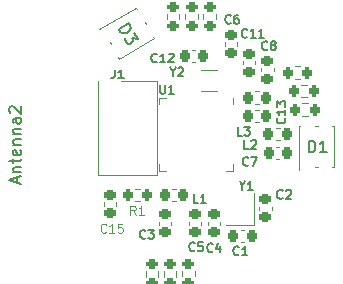
<source format=gbr>
%TF.GenerationSoftware,KiCad,Pcbnew,8.0.3*%
%TF.CreationDate,2024-11-08T22:06:30+02:00*%
%TF.ProjectId,Snowflake-Ornament,536e6f77-666c-4616-9b65-2d4f726e616d,rev?*%
%TF.SameCoordinates,Original*%
%TF.FileFunction,Legend,Top*%
%TF.FilePolarity,Positive*%
%FSLAX46Y46*%
G04 Gerber Fmt 4.6, Leading zero omitted, Abs format (unit mm)*
G04 Created by KiCad (PCBNEW 8.0.3) date 2024-11-08 22:06:30*
%MOMM*%
%LPD*%
G01*
G04 APERTURE LIST*
G04 Aperture macros list*
%AMRoundRect*
0 Rectangle with rounded corners*
0 $1 Rounding radius*
0 $2 $3 $4 $5 $6 $7 $8 $9 X,Y pos of 4 corners*
0 Add a 4 corners polygon primitive as box body*
4,1,4,$2,$3,$4,$5,$6,$7,$8,$9,$2,$3,0*
0 Add four circle primitives for the rounded corners*
1,1,$1+$1,$2,$3*
1,1,$1+$1,$4,$5*
1,1,$1+$1,$6,$7*
1,1,$1+$1,$8,$9*
0 Add four rect primitives between the rounded corners*
20,1,$1+$1,$2,$3,$4,$5,0*
20,1,$1+$1,$4,$5,$6,$7,0*
20,1,$1+$1,$6,$7,$8,$9,0*
20,1,$1+$1,$8,$9,$2,$3,0*%
%AMRotRect*
0 Rectangle, with rotation*
0 The origin of the aperture is its center*
0 $1 length*
0 $2 width*
0 $3 Rotation angle, in degrees counterclockwise*
0 Add horizontal line*
21,1,$1,$2,0,0,$3*%
G04 Aperture macros list end*
%ADD10C,0.150000*%
%ADD11C,0.125000*%
%ADD12C,0.120000*%
%ADD13RotRect,1.200000X0.900000X30.000000*%
%ADD14R,0.900000X1.200000*%
%ADD15RoundRect,0.225000X-0.250000X0.225000X-0.250000X-0.225000X0.250000X-0.225000X0.250000X0.225000X0*%
%ADD16RoundRect,0.225000X-0.225000X-0.250000X0.225000X-0.250000X0.225000X0.250000X-0.225000X0.250000X0*%
%ADD17RoundRect,0.225000X0.250000X-0.225000X0.250000X0.225000X-0.250000X0.225000X-0.250000X-0.225000X0*%
%ADD18RoundRect,0.218750X-0.218750X-0.256250X0.218750X-0.256250X0.218750X0.256250X-0.218750X0.256250X0*%
%ADD19RoundRect,0.218750X0.218750X0.256250X-0.218750X0.256250X-0.218750X-0.256250X0.218750X-0.256250X0*%
%ADD20RoundRect,0.225000X0.225000X0.250000X-0.225000X0.250000X-0.225000X-0.250000X0.225000X-0.250000X0*%
%ADD21R,0.250000X0.680000*%
%ADD22R,0.680000X0.250000*%
%ADD23R,4.660000X4.660000*%
%ADD24R,1.000000X1.800000*%
%ADD25RoundRect,0.200000X-0.200000X-0.275000X0.200000X-0.275000X0.200000X0.275000X-0.200000X0.275000X0*%
%ADD26R,0.800000X0.900000*%
%ADD27R,1.750000X1.750000*%
%ADD28O,1.750000X1.750000*%
%ADD29RoundRect,0.200000X0.275000X-0.200000X0.275000X0.200000X-0.275000X0.200000X-0.275000X-0.200000X0*%
%ADD30RoundRect,0.200000X-0.275000X0.200000X-0.275000X-0.200000X0.275000X-0.200000X0.275000X0.200000X0*%
G04 APERTURE END LIST*
D10*
X202481266Y-90158152D02*
X203347292Y-89658152D01*
X203347292Y-89658152D02*
X203466339Y-89864349D01*
X203466339Y-89864349D02*
X203496529Y-90011876D01*
X203496529Y-90011876D02*
X203461669Y-90141974D01*
X203461669Y-90141974D02*
X203403000Y-90230832D01*
X203403000Y-90230832D02*
X203261852Y-90367310D01*
X203261852Y-90367310D02*
X203138134Y-90438738D01*
X203138134Y-90438738D02*
X202949368Y-90492737D01*
X202949368Y-90492737D02*
X202843079Y-90499117D01*
X202843079Y-90499117D02*
X202712982Y-90464257D01*
X202712982Y-90464257D02*
X202600314Y-90364349D01*
X202600314Y-90364349D02*
X202481266Y-90158152D01*
X203799673Y-90441699D02*
X204109196Y-90977810D01*
X204109196Y-90977810D02*
X203612615Y-90879611D01*
X203612615Y-90879611D02*
X203684044Y-91003329D01*
X203684044Y-91003329D02*
X203690424Y-91109617D01*
X203690424Y-91109617D02*
X203672994Y-91174666D01*
X203672994Y-91174666D02*
X203614325Y-91263524D01*
X203614325Y-91263524D02*
X203408128Y-91382572D01*
X203408128Y-91382572D02*
X203301840Y-91388952D01*
X203301840Y-91388952D02*
X203236791Y-91371522D01*
X203236791Y-91371522D02*
X203147933Y-91312853D01*
X203147933Y-91312853D02*
X203005076Y-91065417D01*
X203005076Y-91065417D02*
X202998696Y-90959129D01*
X202998696Y-90959129D02*
X203016126Y-90894080D01*
X218546905Y-100584819D02*
X218546905Y-99584819D01*
X218546905Y-99584819D02*
X218785000Y-99584819D01*
X218785000Y-99584819D02*
X218927857Y-99632438D01*
X218927857Y-99632438D02*
X219023095Y-99727676D01*
X219023095Y-99727676D02*
X219070714Y-99822914D01*
X219070714Y-99822914D02*
X219118333Y-100013390D01*
X219118333Y-100013390D02*
X219118333Y-100156247D01*
X219118333Y-100156247D02*
X219070714Y-100346723D01*
X219070714Y-100346723D02*
X219023095Y-100441961D01*
X219023095Y-100441961D02*
X218927857Y-100537200D01*
X218927857Y-100537200D02*
X218785000Y-100584819D01*
X218785000Y-100584819D02*
X218546905Y-100584819D01*
X220070714Y-100584819D02*
X219499286Y-100584819D01*
X219785000Y-100584819D02*
X219785000Y-99584819D01*
X219785000Y-99584819D02*
X219689762Y-99727676D01*
X219689762Y-99727676D02*
X219594524Y-99822914D01*
X219594524Y-99822914D02*
X219499286Y-99870533D01*
X204724999Y-107817735D02*
X204689285Y-107853450D01*
X204689285Y-107853450D02*
X204582142Y-107889164D01*
X204582142Y-107889164D02*
X204510714Y-107889164D01*
X204510714Y-107889164D02*
X204403571Y-107853450D01*
X204403571Y-107853450D02*
X204332142Y-107782021D01*
X204332142Y-107782021D02*
X204296428Y-107710592D01*
X204296428Y-107710592D02*
X204260714Y-107567735D01*
X204260714Y-107567735D02*
X204260714Y-107460592D01*
X204260714Y-107460592D02*
X204296428Y-107317735D01*
X204296428Y-107317735D02*
X204332142Y-107246307D01*
X204332142Y-107246307D02*
X204403571Y-107174878D01*
X204403571Y-107174878D02*
X204510714Y-107139164D01*
X204510714Y-107139164D02*
X204582142Y-107139164D01*
X204582142Y-107139164D02*
X204689285Y-107174878D01*
X204689285Y-107174878D02*
X204724999Y-107210592D01*
X204974999Y-107139164D02*
X205439285Y-107139164D01*
X205439285Y-107139164D02*
X205189285Y-107424878D01*
X205189285Y-107424878D02*
X205296428Y-107424878D01*
X205296428Y-107424878D02*
X205367857Y-107460592D01*
X205367857Y-107460592D02*
X205403571Y-107496307D01*
X205403571Y-107496307D02*
X205439285Y-107567735D01*
X205439285Y-107567735D02*
X205439285Y-107746307D01*
X205439285Y-107746307D02*
X205403571Y-107817735D01*
X205403571Y-107817735D02*
X205367857Y-107853450D01*
X205367857Y-107853450D02*
X205296428Y-107889164D01*
X205296428Y-107889164D02*
X205082142Y-107889164D01*
X205082142Y-107889164D02*
X205010714Y-107853450D01*
X205010714Y-107853450D02*
X204974999Y-107817735D01*
X213454999Y-101647735D02*
X213419285Y-101683450D01*
X213419285Y-101683450D02*
X213312142Y-101719164D01*
X213312142Y-101719164D02*
X213240714Y-101719164D01*
X213240714Y-101719164D02*
X213133571Y-101683450D01*
X213133571Y-101683450D02*
X213062142Y-101612021D01*
X213062142Y-101612021D02*
X213026428Y-101540592D01*
X213026428Y-101540592D02*
X212990714Y-101397735D01*
X212990714Y-101397735D02*
X212990714Y-101290592D01*
X212990714Y-101290592D02*
X213026428Y-101147735D01*
X213026428Y-101147735D02*
X213062142Y-101076307D01*
X213062142Y-101076307D02*
X213133571Y-101004878D01*
X213133571Y-101004878D02*
X213240714Y-100969164D01*
X213240714Y-100969164D02*
X213312142Y-100969164D01*
X213312142Y-100969164D02*
X213419285Y-101004878D01*
X213419285Y-101004878D02*
X213454999Y-101040592D01*
X213704999Y-100969164D02*
X214204999Y-100969164D01*
X214204999Y-100969164D02*
X213883571Y-101719164D01*
X215054999Y-91837735D02*
X215019285Y-91873450D01*
X215019285Y-91873450D02*
X214912142Y-91909164D01*
X214912142Y-91909164D02*
X214840714Y-91909164D01*
X214840714Y-91909164D02*
X214733571Y-91873450D01*
X214733571Y-91873450D02*
X214662142Y-91802021D01*
X214662142Y-91802021D02*
X214626428Y-91730592D01*
X214626428Y-91730592D02*
X214590714Y-91587735D01*
X214590714Y-91587735D02*
X214590714Y-91480592D01*
X214590714Y-91480592D02*
X214626428Y-91337735D01*
X214626428Y-91337735D02*
X214662142Y-91266307D01*
X214662142Y-91266307D02*
X214733571Y-91194878D01*
X214733571Y-91194878D02*
X214840714Y-91159164D01*
X214840714Y-91159164D02*
X214912142Y-91159164D01*
X214912142Y-91159164D02*
X215019285Y-91194878D01*
X215019285Y-91194878D02*
X215054999Y-91230592D01*
X215483571Y-91480592D02*
X215412142Y-91444878D01*
X215412142Y-91444878D02*
X215376428Y-91409164D01*
X215376428Y-91409164D02*
X215340714Y-91337735D01*
X215340714Y-91337735D02*
X215340714Y-91302021D01*
X215340714Y-91302021D02*
X215376428Y-91230592D01*
X215376428Y-91230592D02*
X215412142Y-91194878D01*
X215412142Y-91194878D02*
X215483571Y-91159164D01*
X215483571Y-91159164D02*
X215626428Y-91159164D01*
X215626428Y-91159164D02*
X215697857Y-91194878D01*
X215697857Y-91194878D02*
X215733571Y-91230592D01*
X215733571Y-91230592D02*
X215769285Y-91302021D01*
X215769285Y-91302021D02*
X215769285Y-91337735D01*
X215769285Y-91337735D02*
X215733571Y-91409164D01*
X215733571Y-91409164D02*
X215697857Y-91444878D01*
X215697857Y-91444878D02*
X215626428Y-91480592D01*
X215626428Y-91480592D02*
X215483571Y-91480592D01*
X215483571Y-91480592D02*
X215412142Y-91516307D01*
X215412142Y-91516307D02*
X215376428Y-91552021D01*
X215376428Y-91552021D02*
X215340714Y-91623450D01*
X215340714Y-91623450D02*
X215340714Y-91766307D01*
X215340714Y-91766307D02*
X215376428Y-91837735D01*
X215376428Y-91837735D02*
X215412142Y-91873450D01*
X215412142Y-91873450D02*
X215483571Y-91909164D01*
X215483571Y-91909164D02*
X215626428Y-91909164D01*
X215626428Y-91909164D02*
X215697857Y-91873450D01*
X215697857Y-91873450D02*
X215733571Y-91837735D01*
X215733571Y-91837735D02*
X215769285Y-91766307D01*
X215769285Y-91766307D02*
X215769285Y-91623450D01*
X215769285Y-91623450D02*
X215733571Y-91552021D01*
X215733571Y-91552021D02*
X215697857Y-91516307D01*
X215697857Y-91516307D02*
X215626428Y-91480592D01*
X209205000Y-104889164D02*
X208847857Y-104889164D01*
X208847857Y-104889164D02*
X208847857Y-104139164D01*
X209847857Y-104889164D02*
X209419286Y-104889164D01*
X209633571Y-104889164D02*
X209633571Y-104139164D01*
X209633571Y-104139164D02*
X209562143Y-104246307D01*
X209562143Y-104246307D02*
X209490714Y-104317735D01*
X209490714Y-104317735D02*
X209419286Y-104353450D01*
X213475000Y-100259164D02*
X213117857Y-100259164D01*
X213117857Y-100259164D02*
X213117857Y-99509164D01*
X213689286Y-99580592D02*
X213725000Y-99544878D01*
X213725000Y-99544878D02*
X213796429Y-99509164D01*
X213796429Y-99509164D02*
X213975000Y-99509164D01*
X213975000Y-99509164D02*
X214046429Y-99544878D01*
X214046429Y-99544878D02*
X214082143Y-99580592D01*
X214082143Y-99580592D02*
X214117857Y-99652021D01*
X214117857Y-99652021D02*
X214117857Y-99723450D01*
X214117857Y-99723450D02*
X214082143Y-99830592D01*
X214082143Y-99830592D02*
X213653571Y-100259164D01*
X213653571Y-100259164D02*
X214117857Y-100259164D01*
X212935000Y-99169164D02*
X212577857Y-99169164D01*
X212577857Y-99169164D02*
X212577857Y-98419164D01*
X213113571Y-98419164D02*
X213577857Y-98419164D01*
X213577857Y-98419164D02*
X213327857Y-98704878D01*
X213327857Y-98704878D02*
X213435000Y-98704878D01*
X213435000Y-98704878D02*
X213506429Y-98740592D01*
X213506429Y-98740592D02*
X213542143Y-98776307D01*
X213542143Y-98776307D02*
X213577857Y-98847735D01*
X213577857Y-98847735D02*
X213577857Y-99026307D01*
X213577857Y-99026307D02*
X213542143Y-99097735D01*
X213542143Y-99097735D02*
X213506429Y-99133450D01*
X213506429Y-99133450D02*
X213435000Y-99169164D01*
X213435000Y-99169164D02*
X213220714Y-99169164D01*
X213220714Y-99169164D02*
X213149286Y-99133450D01*
X213149286Y-99133450D02*
X213113571Y-99097735D01*
X205707856Y-92887735D02*
X205672142Y-92923450D01*
X205672142Y-92923450D02*
X205564999Y-92959164D01*
X205564999Y-92959164D02*
X205493571Y-92959164D01*
X205493571Y-92959164D02*
X205386428Y-92923450D01*
X205386428Y-92923450D02*
X205314999Y-92852021D01*
X205314999Y-92852021D02*
X205279285Y-92780592D01*
X205279285Y-92780592D02*
X205243571Y-92637735D01*
X205243571Y-92637735D02*
X205243571Y-92530592D01*
X205243571Y-92530592D02*
X205279285Y-92387735D01*
X205279285Y-92387735D02*
X205314999Y-92316307D01*
X205314999Y-92316307D02*
X205386428Y-92244878D01*
X205386428Y-92244878D02*
X205493571Y-92209164D01*
X205493571Y-92209164D02*
X205564999Y-92209164D01*
X205564999Y-92209164D02*
X205672142Y-92244878D01*
X205672142Y-92244878D02*
X205707856Y-92280592D01*
X206422142Y-92959164D02*
X205993571Y-92959164D01*
X206207856Y-92959164D02*
X206207856Y-92209164D01*
X206207856Y-92209164D02*
X206136428Y-92316307D01*
X206136428Y-92316307D02*
X206064999Y-92387735D01*
X206064999Y-92387735D02*
X205993571Y-92423450D01*
X206707857Y-92280592D02*
X206743571Y-92244878D01*
X206743571Y-92244878D02*
X206815000Y-92209164D01*
X206815000Y-92209164D02*
X206993571Y-92209164D01*
X206993571Y-92209164D02*
X207065000Y-92244878D01*
X207065000Y-92244878D02*
X207100714Y-92280592D01*
X207100714Y-92280592D02*
X207136428Y-92352021D01*
X207136428Y-92352021D02*
X207136428Y-92423450D01*
X207136428Y-92423450D02*
X207100714Y-92530592D01*
X207100714Y-92530592D02*
X206672142Y-92959164D01*
X206672142Y-92959164D02*
X207136428Y-92959164D01*
X212624999Y-109217735D02*
X212589285Y-109253450D01*
X212589285Y-109253450D02*
X212482142Y-109289164D01*
X212482142Y-109289164D02*
X212410714Y-109289164D01*
X212410714Y-109289164D02*
X212303571Y-109253450D01*
X212303571Y-109253450D02*
X212232142Y-109182021D01*
X212232142Y-109182021D02*
X212196428Y-109110592D01*
X212196428Y-109110592D02*
X212160714Y-108967735D01*
X212160714Y-108967735D02*
X212160714Y-108860592D01*
X212160714Y-108860592D02*
X212196428Y-108717735D01*
X212196428Y-108717735D02*
X212232142Y-108646307D01*
X212232142Y-108646307D02*
X212303571Y-108574878D01*
X212303571Y-108574878D02*
X212410714Y-108539164D01*
X212410714Y-108539164D02*
X212482142Y-108539164D01*
X212482142Y-108539164D02*
X212589285Y-108574878D01*
X212589285Y-108574878D02*
X212624999Y-108610592D01*
X213339285Y-109289164D02*
X212910714Y-109289164D01*
X213124999Y-109289164D02*
X213124999Y-108539164D01*
X213124999Y-108539164D02*
X213053571Y-108646307D01*
X213053571Y-108646307D02*
X212982142Y-108717735D01*
X212982142Y-108717735D02*
X212910714Y-108753450D01*
X205978571Y-94859164D02*
X205978571Y-95466307D01*
X205978571Y-95466307D02*
X206014285Y-95537735D01*
X206014285Y-95537735D02*
X206050000Y-95573450D01*
X206050000Y-95573450D02*
X206121428Y-95609164D01*
X206121428Y-95609164D02*
X206264285Y-95609164D01*
X206264285Y-95609164D02*
X206335714Y-95573450D01*
X206335714Y-95573450D02*
X206371428Y-95537735D01*
X206371428Y-95537735D02*
X206407142Y-95466307D01*
X206407142Y-95466307D02*
X206407142Y-94859164D01*
X207157142Y-95609164D02*
X206728571Y-95609164D01*
X206942856Y-95609164D02*
X206942856Y-94859164D01*
X206942856Y-94859164D02*
X206871428Y-94966307D01*
X206871428Y-94966307D02*
X206799999Y-95037735D01*
X206799999Y-95037735D02*
X206728571Y-95073450D01*
X216517735Y-97662143D02*
X216553450Y-97697857D01*
X216553450Y-97697857D02*
X216589164Y-97805000D01*
X216589164Y-97805000D02*
X216589164Y-97876428D01*
X216589164Y-97876428D02*
X216553450Y-97983571D01*
X216553450Y-97983571D02*
X216482021Y-98055000D01*
X216482021Y-98055000D02*
X216410592Y-98090714D01*
X216410592Y-98090714D02*
X216267735Y-98126428D01*
X216267735Y-98126428D02*
X216160592Y-98126428D01*
X216160592Y-98126428D02*
X216017735Y-98090714D01*
X216017735Y-98090714D02*
X215946307Y-98055000D01*
X215946307Y-98055000D02*
X215874878Y-97983571D01*
X215874878Y-97983571D02*
X215839164Y-97876428D01*
X215839164Y-97876428D02*
X215839164Y-97805000D01*
X215839164Y-97805000D02*
X215874878Y-97697857D01*
X215874878Y-97697857D02*
X215910592Y-97662143D01*
X216589164Y-96947857D02*
X216589164Y-97376428D01*
X216589164Y-97162143D02*
X215839164Y-97162143D01*
X215839164Y-97162143D02*
X215946307Y-97233571D01*
X215946307Y-97233571D02*
X216017735Y-97305000D01*
X216017735Y-97305000D02*
X216053450Y-97376428D01*
X215839164Y-96697857D02*
X215839164Y-96233571D01*
X215839164Y-96233571D02*
X216124878Y-96483571D01*
X216124878Y-96483571D02*
X216124878Y-96376428D01*
X216124878Y-96376428D02*
X216160592Y-96305000D01*
X216160592Y-96305000D02*
X216196307Y-96269285D01*
X216196307Y-96269285D02*
X216267735Y-96233571D01*
X216267735Y-96233571D02*
X216446307Y-96233571D01*
X216446307Y-96233571D02*
X216517735Y-96269285D01*
X216517735Y-96269285D02*
X216553450Y-96305000D01*
X216553450Y-96305000D02*
X216589164Y-96376428D01*
X216589164Y-96376428D02*
X216589164Y-96590714D01*
X216589164Y-96590714D02*
X216553450Y-96662142D01*
X216553450Y-96662142D02*
X216517735Y-96697857D01*
X210424999Y-108947735D02*
X210389285Y-108983450D01*
X210389285Y-108983450D02*
X210282142Y-109019164D01*
X210282142Y-109019164D02*
X210210714Y-109019164D01*
X210210714Y-109019164D02*
X210103571Y-108983450D01*
X210103571Y-108983450D02*
X210032142Y-108912021D01*
X210032142Y-108912021D02*
X209996428Y-108840592D01*
X209996428Y-108840592D02*
X209960714Y-108697735D01*
X209960714Y-108697735D02*
X209960714Y-108590592D01*
X209960714Y-108590592D02*
X209996428Y-108447735D01*
X209996428Y-108447735D02*
X210032142Y-108376307D01*
X210032142Y-108376307D02*
X210103571Y-108304878D01*
X210103571Y-108304878D02*
X210210714Y-108269164D01*
X210210714Y-108269164D02*
X210282142Y-108269164D01*
X210282142Y-108269164D02*
X210389285Y-108304878D01*
X210389285Y-108304878D02*
X210424999Y-108340592D01*
X211067857Y-108519164D02*
X211067857Y-109019164D01*
X210889285Y-108233450D02*
X210710714Y-108769164D01*
X210710714Y-108769164D02*
X211174999Y-108769164D01*
X213347856Y-90787735D02*
X213312142Y-90823450D01*
X213312142Y-90823450D02*
X213204999Y-90859164D01*
X213204999Y-90859164D02*
X213133571Y-90859164D01*
X213133571Y-90859164D02*
X213026428Y-90823450D01*
X213026428Y-90823450D02*
X212954999Y-90752021D01*
X212954999Y-90752021D02*
X212919285Y-90680592D01*
X212919285Y-90680592D02*
X212883571Y-90537735D01*
X212883571Y-90537735D02*
X212883571Y-90430592D01*
X212883571Y-90430592D02*
X212919285Y-90287735D01*
X212919285Y-90287735D02*
X212954999Y-90216307D01*
X212954999Y-90216307D02*
X213026428Y-90144878D01*
X213026428Y-90144878D02*
X213133571Y-90109164D01*
X213133571Y-90109164D02*
X213204999Y-90109164D01*
X213204999Y-90109164D02*
X213312142Y-90144878D01*
X213312142Y-90144878D02*
X213347856Y-90180592D01*
X214062142Y-90859164D02*
X213633571Y-90859164D01*
X213847856Y-90859164D02*
X213847856Y-90109164D01*
X213847856Y-90109164D02*
X213776428Y-90216307D01*
X213776428Y-90216307D02*
X213704999Y-90287735D01*
X213704999Y-90287735D02*
X213633571Y-90323450D01*
X214776428Y-90859164D02*
X214347857Y-90859164D01*
X214562142Y-90859164D02*
X214562142Y-90109164D01*
X214562142Y-90109164D02*
X214490714Y-90216307D01*
X214490714Y-90216307D02*
X214419285Y-90287735D01*
X214419285Y-90287735D02*
X214347857Y-90323450D01*
X207042857Y-93772021D02*
X207042857Y-94129164D01*
X206792857Y-93379164D02*
X207042857Y-93772021D01*
X207042857Y-93772021D02*
X207292857Y-93379164D01*
X207507143Y-93450592D02*
X207542857Y-93414878D01*
X207542857Y-93414878D02*
X207614286Y-93379164D01*
X207614286Y-93379164D02*
X207792857Y-93379164D01*
X207792857Y-93379164D02*
X207864286Y-93414878D01*
X207864286Y-93414878D02*
X207900000Y-93450592D01*
X207900000Y-93450592D02*
X207935714Y-93522021D01*
X207935714Y-93522021D02*
X207935714Y-93593450D01*
X207935714Y-93593450D02*
X207900000Y-93700592D01*
X207900000Y-93700592D02*
X207471428Y-94129164D01*
X207471428Y-94129164D02*
X207935714Y-94129164D01*
X212952857Y-103412021D02*
X212952857Y-103769164D01*
X212702857Y-103019164D02*
X212952857Y-103412021D01*
X212952857Y-103412021D02*
X213202857Y-103019164D01*
X213845714Y-103769164D02*
X213417143Y-103769164D01*
X213631428Y-103769164D02*
X213631428Y-103019164D01*
X213631428Y-103019164D02*
X213560000Y-103126307D01*
X213560000Y-103126307D02*
X213488571Y-103197735D01*
X213488571Y-103197735D02*
X213417143Y-103233450D01*
X208904999Y-108857735D02*
X208869285Y-108893450D01*
X208869285Y-108893450D02*
X208762142Y-108929164D01*
X208762142Y-108929164D02*
X208690714Y-108929164D01*
X208690714Y-108929164D02*
X208583571Y-108893450D01*
X208583571Y-108893450D02*
X208512142Y-108822021D01*
X208512142Y-108822021D02*
X208476428Y-108750592D01*
X208476428Y-108750592D02*
X208440714Y-108607735D01*
X208440714Y-108607735D02*
X208440714Y-108500592D01*
X208440714Y-108500592D02*
X208476428Y-108357735D01*
X208476428Y-108357735D02*
X208512142Y-108286307D01*
X208512142Y-108286307D02*
X208583571Y-108214878D01*
X208583571Y-108214878D02*
X208690714Y-108179164D01*
X208690714Y-108179164D02*
X208762142Y-108179164D01*
X208762142Y-108179164D02*
X208869285Y-108214878D01*
X208869285Y-108214878D02*
X208904999Y-108250592D01*
X209583571Y-108179164D02*
X209226428Y-108179164D01*
X209226428Y-108179164D02*
X209190714Y-108536307D01*
X209190714Y-108536307D02*
X209226428Y-108500592D01*
X209226428Y-108500592D02*
X209297857Y-108464878D01*
X209297857Y-108464878D02*
X209476428Y-108464878D01*
X209476428Y-108464878D02*
X209547857Y-108500592D01*
X209547857Y-108500592D02*
X209583571Y-108536307D01*
X209583571Y-108536307D02*
X209619285Y-108607735D01*
X209619285Y-108607735D02*
X209619285Y-108786307D01*
X209619285Y-108786307D02*
X209583571Y-108857735D01*
X209583571Y-108857735D02*
X209547857Y-108893450D01*
X209547857Y-108893450D02*
X209476428Y-108929164D01*
X209476428Y-108929164D02*
X209297857Y-108929164D01*
X209297857Y-108929164D02*
X209226428Y-108893450D01*
X209226428Y-108893450D02*
X209190714Y-108857735D01*
X216344999Y-104437735D02*
X216309285Y-104473450D01*
X216309285Y-104473450D02*
X216202142Y-104509164D01*
X216202142Y-104509164D02*
X216130714Y-104509164D01*
X216130714Y-104509164D02*
X216023571Y-104473450D01*
X216023571Y-104473450D02*
X215952142Y-104402021D01*
X215952142Y-104402021D02*
X215916428Y-104330592D01*
X215916428Y-104330592D02*
X215880714Y-104187735D01*
X215880714Y-104187735D02*
X215880714Y-104080592D01*
X215880714Y-104080592D02*
X215916428Y-103937735D01*
X215916428Y-103937735D02*
X215952142Y-103866307D01*
X215952142Y-103866307D02*
X216023571Y-103794878D01*
X216023571Y-103794878D02*
X216130714Y-103759164D01*
X216130714Y-103759164D02*
X216202142Y-103759164D01*
X216202142Y-103759164D02*
X216309285Y-103794878D01*
X216309285Y-103794878D02*
X216344999Y-103830592D01*
X216630714Y-103830592D02*
X216666428Y-103794878D01*
X216666428Y-103794878D02*
X216737857Y-103759164D01*
X216737857Y-103759164D02*
X216916428Y-103759164D01*
X216916428Y-103759164D02*
X216987857Y-103794878D01*
X216987857Y-103794878D02*
X217023571Y-103830592D01*
X217023571Y-103830592D02*
X217059285Y-103902021D01*
X217059285Y-103902021D02*
X217059285Y-103973450D01*
X217059285Y-103973450D02*
X217023571Y-104080592D01*
X217023571Y-104080592D02*
X216594999Y-104509164D01*
X216594999Y-104509164D02*
X217059285Y-104509164D01*
D11*
X201397856Y-107299035D02*
X201362142Y-107334750D01*
X201362142Y-107334750D02*
X201254999Y-107370464D01*
X201254999Y-107370464D02*
X201183571Y-107370464D01*
X201183571Y-107370464D02*
X201076428Y-107334750D01*
X201076428Y-107334750D02*
X201004999Y-107263321D01*
X201004999Y-107263321D02*
X200969285Y-107191892D01*
X200969285Y-107191892D02*
X200933571Y-107049035D01*
X200933571Y-107049035D02*
X200933571Y-106941892D01*
X200933571Y-106941892D02*
X200969285Y-106799035D01*
X200969285Y-106799035D02*
X201004999Y-106727607D01*
X201004999Y-106727607D02*
X201076428Y-106656178D01*
X201076428Y-106656178D02*
X201183571Y-106620464D01*
X201183571Y-106620464D02*
X201254999Y-106620464D01*
X201254999Y-106620464D02*
X201362142Y-106656178D01*
X201362142Y-106656178D02*
X201397856Y-106691892D01*
X202112142Y-107370464D02*
X201683571Y-107370464D01*
X201897856Y-107370464D02*
X201897856Y-106620464D01*
X201897856Y-106620464D02*
X201826428Y-106727607D01*
X201826428Y-106727607D02*
X201754999Y-106799035D01*
X201754999Y-106799035D02*
X201683571Y-106834750D01*
X202790714Y-106620464D02*
X202433571Y-106620464D01*
X202433571Y-106620464D02*
X202397857Y-106977607D01*
X202397857Y-106977607D02*
X202433571Y-106941892D01*
X202433571Y-106941892D02*
X202505000Y-106906178D01*
X202505000Y-106906178D02*
X202683571Y-106906178D01*
X202683571Y-106906178D02*
X202755000Y-106941892D01*
X202755000Y-106941892D02*
X202790714Y-106977607D01*
X202790714Y-106977607D02*
X202826428Y-107049035D01*
X202826428Y-107049035D02*
X202826428Y-107227607D01*
X202826428Y-107227607D02*
X202790714Y-107299035D01*
X202790714Y-107299035D02*
X202755000Y-107334750D01*
X202755000Y-107334750D02*
X202683571Y-107370464D01*
X202683571Y-107370464D02*
X202505000Y-107370464D01*
X202505000Y-107370464D02*
X202433571Y-107334750D01*
X202433571Y-107334750D02*
X202397857Y-107299035D01*
X203894999Y-105850464D02*
X203644999Y-105493321D01*
X203466428Y-105850464D02*
X203466428Y-105100464D01*
X203466428Y-105100464D02*
X203752142Y-105100464D01*
X203752142Y-105100464D02*
X203823571Y-105136178D01*
X203823571Y-105136178D02*
X203859285Y-105171892D01*
X203859285Y-105171892D02*
X203894999Y-105243321D01*
X203894999Y-105243321D02*
X203894999Y-105350464D01*
X203894999Y-105350464D02*
X203859285Y-105421892D01*
X203859285Y-105421892D02*
X203823571Y-105457607D01*
X203823571Y-105457607D02*
X203752142Y-105493321D01*
X203752142Y-105493321D02*
X203466428Y-105493321D01*
X204609285Y-105850464D02*
X204180714Y-105850464D01*
X204394999Y-105850464D02*
X204394999Y-105100464D01*
X204394999Y-105100464D02*
X204323571Y-105207607D01*
X204323571Y-105207607D02*
X204252142Y-105279035D01*
X204252142Y-105279035D02*
X204180714Y-105314750D01*
D10*
X202130000Y-93569164D02*
X202130000Y-94104878D01*
X202130000Y-94104878D02*
X202094285Y-94212021D01*
X202094285Y-94212021D02*
X202022857Y-94283450D01*
X202022857Y-94283450D02*
X201915714Y-94319164D01*
X201915714Y-94319164D02*
X201844285Y-94319164D01*
X202880000Y-94319164D02*
X202451429Y-94319164D01*
X202665714Y-94319164D02*
X202665714Y-93569164D01*
X202665714Y-93569164D02*
X202594286Y-93676307D01*
X202594286Y-93676307D02*
X202522857Y-93747735D01*
X202522857Y-93747735D02*
X202451429Y-93783450D01*
X211954999Y-89607735D02*
X211919285Y-89643450D01*
X211919285Y-89643450D02*
X211812142Y-89679164D01*
X211812142Y-89679164D02*
X211740714Y-89679164D01*
X211740714Y-89679164D02*
X211633571Y-89643450D01*
X211633571Y-89643450D02*
X211562142Y-89572021D01*
X211562142Y-89572021D02*
X211526428Y-89500592D01*
X211526428Y-89500592D02*
X211490714Y-89357735D01*
X211490714Y-89357735D02*
X211490714Y-89250592D01*
X211490714Y-89250592D02*
X211526428Y-89107735D01*
X211526428Y-89107735D02*
X211562142Y-89036307D01*
X211562142Y-89036307D02*
X211633571Y-88964878D01*
X211633571Y-88964878D02*
X211740714Y-88929164D01*
X211740714Y-88929164D02*
X211812142Y-88929164D01*
X211812142Y-88929164D02*
X211919285Y-88964878D01*
X211919285Y-88964878D02*
X211954999Y-89000592D01*
X212597857Y-88929164D02*
X212454999Y-88929164D01*
X212454999Y-88929164D02*
X212383571Y-88964878D01*
X212383571Y-88964878D02*
X212347857Y-89000592D01*
X212347857Y-89000592D02*
X212276428Y-89107735D01*
X212276428Y-89107735D02*
X212240714Y-89250592D01*
X212240714Y-89250592D02*
X212240714Y-89536307D01*
X212240714Y-89536307D02*
X212276428Y-89607735D01*
X212276428Y-89607735D02*
X212312142Y-89643450D01*
X212312142Y-89643450D02*
X212383571Y-89679164D01*
X212383571Y-89679164D02*
X212526428Y-89679164D01*
X212526428Y-89679164D02*
X212597857Y-89643450D01*
X212597857Y-89643450D02*
X212633571Y-89607735D01*
X212633571Y-89607735D02*
X212669285Y-89536307D01*
X212669285Y-89536307D02*
X212669285Y-89357735D01*
X212669285Y-89357735D02*
X212633571Y-89286307D01*
X212633571Y-89286307D02*
X212597857Y-89250592D01*
X212597857Y-89250592D02*
X212526428Y-89214878D01*
X212526428Y-89214878D02*
X212383571Y-89214878D01*
X212383571Y-89214878D02*
X212312142Y-89250592D01*
X212312142Y-89250592D02*
X212276428Y-89286307D01*
X212276428Y-89286307D02*
X212240714Y-89357735D01*
X193904104Y-103148095D02*
X193904104Y-102671905D01*
X194189819Y-103243333D02*
X193189819Y-102910000D01*
X193189819Y-102910000D02*
X194189819Y-102576667D01*
X193523152Y-102243333D02*
X194189819Y-102243333D01*
X193618390Y-102243333D02*
X193570771Y-102195714D01*
X193570771Y-102195714D02*
X193523152Y-102100476D01*
X193523152Y-102100476D02*
X193523152Y-101957619D01*
X193523152Y-101957619D02*
X193570771Y-101862381D01*
X193570771Y-101862381D02*
X193666009Y-101814762D01*
X193666009Y-101814762D02*
X194189819Y-101814762D01*
X193523152Y-101481428D02*
X193523152Y-101100476D01*
X193189819Y-101338571D02*
X194046961Y-101338571D01*
X194046961Y-101338571D02*
X194142200Y-101290952D01*
X194142200Y-101290952D02*
X194189819Y-101195714D01*
X194189819Y-101195714D02*
X194189819Y-101100476D01*
X194142200Y-100386190D02*
X194189819Y-100481428D01*
X194189819Y-100481428D02*
X194189819Y-100671904D01*
X194189819Y-100671904D02*
X194142200Y-100767142D01*
X194142200Y-100767142D02*
X194046961Y-100814761D01*
X194046961Y-100814761D02*
X193666009Y-100814761D01*
X193666009Y-100814761D02*
X193570771Y-100767142D01*
X193570771Y-100767142D02*
X193523152Y-100671904D01*
X193523152Y-100671904D02*
X193523152Y-100481428D01*
X193523152Y-100481428D02*
X193570771Y-100386190D01*
X193570771Y-100386190D02*
X193666009Y-100338571D01*
X193666009Y-100338571D02*
X193761247Y-100338571D01*
X193761247Y-100338571D02*
X193856485Y-100814761D01*
X193523152Y-99909999D02*
X194189819Y-99909999D01*
X193618390Y-99909999D02*
X193570771Y-99862380D01*
X193570771Y-99862380D02*
X193523152Y-99767142D01*
X193523152Y-99767142D02*
X193523152Y-99624285D01*
X193523152Y-99624285D02*
X193570771Y-99529047D01*
X193570771Y-99529047D02*
X193666009Y-99481428D01*
X193666009Y-99481428D02*
X194189819Y-99481428D01*
X193523152Y-99005237D02*
X194189819Y-99005237D01*
X193618390Y-99005237D02*
X193570771Y-98957618D01*
X193570771Y-98957618D02*
X193523152Y-98862380D01*
X193523152Y-98862380D02*
X193523152Y-98719523D01*
X193523152Y-98719523D02*
X193570771Y-98624285D01*
X193570771Y-98624285D02*
X193666009Y-98576666D01*
X193666009Y-98576666D02*
X194189819Y-98576666D01*
X194189819Y-97671904D02*
X193666009Y-97671904D01*
X193666009Y-97671904D02*
X193570771Y-97719523D01*
X193570771Y-97719523D02*
X193523152Y-97814761D01*
X193523152Y-97814761D02*
X193523152Y-98005237D01*
X193523152Y-98005237D02*
X193570771Y-98100475D01*
X194142200Y-97671904D02*
X194189819Y-97767142D01*
X194189819Y-97767142D02*
X194189819Y-98005237D01*
X194189819Y-98005237D02*
X194142200Y-98100475D01*
X194142200Y-98100475D02*
X194046961Y-98148094D01*
X194046961Y-98148094D02*
X193951723Y-98148094D01*
X193951723Y-98148094D02*
X193856485Y-98100475D01*
X193856485Y-98100475D02*
X193808866Y-98005237D01*
X193808866Y-98005237D02*
X193808866Y-97767142D01*
X193808866Y-97767142D02*
X193761247Y-97671904D01*
X193285057Y-97243332D02*
X193237438Y-97195713D01*
X193237438Y-97195713D02*
X193189819Y-97100475D01*
X193189819Y-97100475D02*
X193189819Y-96862380D01*
X193189819Y-96862380D02*
X193237438Y-96767142D01*
X193237438Y-96767142D02*
X193285057Y-96719523D01*
X193285057Y-96719523D02*
X193380295Y-96671904D01*
X193380295Y-96671904D02*
X193475533Y-96671904D01*
X193475533Y-96671904D02*
X193618390Y-96719523D01*
X193618390Y-96719523D02*
X194189819Y-97290951D01*
X194189819Y-97290951D02*
X194189819Y-96671904D01*
D12*
%TO.C,D3*%
X200762949Y-90172301D02*
X203975903Y-88317301D01*
X201721596Y-91252727D02*
X201816597Y-91417273D01*
X202446596Y-92508464D02*
X202524097Y-92642699D01*
X202524097Y-92642699D02*
X205485904Y-90932699D01*
X205408403Y-90798465D02*
X205485904Y-90932699D01*
X204053404Y-88451536D02*
X203975903Y-88317301D01*
X204683403Y-89542727D02*
X204778404Y-89707273D01*
%TO.C,D1*%
X217699999Y-102080000D02*
X217699999Y-98370000D01*
X219114999Y-101790000D02*
X219305001Y-101790000D01*
X220564999Y-101790000D02*
X220720001Y-101790000D01*
X220720001Y-101790000D02*
X220720001Y-98370000D01*
X220565000Y-98370001D02*
X220720001Y-98370000D01*
X217855001Y-98370000D02*
X217699999Y-98370000D01*
X219114999Y-98370000D02*
X219305001Y-98370000D01*
%TO.C,C3*%
X205850000Y-106439420D02*
X205850000Y-106720580D01*
X206870000Y-106439420D02*
X206870000Y-106720580D01*
%TO.C,C7*%
X215799420Y-100080000D02*
X216080580Y-100080000D01*
X215799420Y-101100000D02*
X216080580Y-101100000D01*
%TO.C,C8*%
X214560000Y-93720580D02*
X214560000Y-93439420D01*
X215580000Y-93720580D02*
X215580000Y-93439420D01*
%TO.C,L1*%
X206987221Y-103680000D02*
X207312779Y-103680000D01*
X206987221Y-104700000D02*
X207312779Y-104700000D01*
%TO.C,L2*%
X215767221Y-98500000D02*
X216092779Y-98500000D01*
X215767221Y-99520000D02*
X216092779Y-99520000D01*
%TO.C,L3*%
X214332779Y-96970000D02*
X214007221Y-96970000D01*
X214332779Y-97990000D02*
X214007221Y-97990000D01*
%TO.C,C12*%
X208970580Y-91890000D02*
X208689420Y-91890000D01*
X208970580Y-92910000D02*
X208689420Y-92910000D01*
%TO.C,C1*%
X213090580Y-107140000D02*
X212809420Y-107140000D01*
X213090580Y-108160000D02*
X212809420Y-108160000D01*
%TO.C,U1*%
X205920000Y-95930000D02*
X205920000Y-96500000D01*
X205920000Y-102170000D02*
X205920000Y-101600000D01*
X206490000Y-95930000D02*
X205920000Y-95930000D01*
X206490000Y-102170000D02*
X205920000Y-102170000D01*
X212160000Y-96500000D02*
X212160000Y-95930000D01*
X212160000Y-102170000D02*
X211540000Y-102170000D01*
X212160000Y-102170000D02*
X212160000Y-101600000D01*
%TO.C,C13*%
X214029420Y-95420000D02*
X214310580Y-95420000D01*
X214029420Y-96440000D02*
X214310580Y-96440000D01*
%TO.C,C4*%
X210030000Y-106429420D02*
X210030000Y-106710580D01*
X211050000Y-106429420D02*
X211050000Y-106710580D01*
%TO.C,C11*%
X211450000Y-91550580D02*
X211450000Y-91269420D01*
X212470000Y-91550580D02*
X212470000Y-91269420D01*
%TO.C,Y2*%
X209475000Y-93605000D02*
X210825000Y-93605000D01*
X209475000Y-95355000D02*
X210825000Y-95355000D01*
%TO.C,R2*%
X217387743Y-93297500D02*
X217862259Y-93297500D01*
X217387743Y-94342500D02*
X217862259Y-94342500D01*
%TO.C,R3*%
X217912742Y-94857500D02*
X218387258Y-94857500D01*
X217912742Y-95902500D02*
X218387258Y-95902500D01*
%TO.C,Y1*%
X213890000Y-104050000D02*
X213890000Y-106750000D01*
X213890000Y-106750000D02*
X211590000Y-106750000D01*
%TO.C,C5*%
X208400000Y-106429420D02*
X208400000Y-106710580D01*
X209420000Y-106429420D02*
X209420000Y-106710580D01*
%TO.C,C2*%
X214390000Y-105169420D02*
X214390000Y-105450580D01*
X215410000Y-105169420D02*
X215410000Y-105450580D01*
%TO.C,C15*%
X201230000Y-104799420D02*
X201230000Y-105080580D01*
X202250000Y-104799420D02*
X202250000Y-105080580D01*
%TO.C,R1*%
X203812742Y-103677500D02*
X204287258Y-103677500D01*
X203812742Y-104722500D02*
X204287258Y-104722500D01*
%TO.C,J1*%
X200680000Y-102520000D02*
X200680000Y-94520000D01*
X205680000Y-94520000D02*
X202680000Y-94520000D01*
X205680000Y-102520000D02*
X200680000Y-102520000D01*
X205680000Y-102520000D02*
X205680000Y-94520000D01*
%TO.C,R4*%
X218002742Y-96437500D02*
X218477258Y-96437500D01*
X218002742Y-97482500D02*
X218477258Y-97482500D01*
%TO.C,C6*%
X213000000Y-93130580D02*
X213000000Y-92849420D01*
X214020000Y-93130580D02*
X214020000Y-92849420D01*
%TO.C,R8*%
X209647500Y-89307258D02*
X209647500Y-88832742D01*
X210692500Y-89307258D02*
X210692500Y-88832742D01*
%TO.C,R6*%
X206307500Y-110612742D02*
X206307500Y-111087258D01*
X207352500Y-110612742D02*
X207352500Y-111087258D01*
%TO.C,R5*%
X207857500Y-110602742D02*
X207857500Y-111077258D01*
X208902500Y-110602742D02*
X208902500Y-111077258D01*
%TO.C,R9*%
X208117500Y-89307258D02*
X208117500Y-88832742D01*
X209162500Y-89307258D02*
X209162500Y-88832742D01*
%TO.C,R10*%
X206567500Y-89307258D02*
X206567500Y-88832742D01*
X207612500Y-89307258D02*
X207612500Y-88832742D01*
%TO.C,R7*%
X204747500Y-110612742D02*
X204747500Y-111087258D01*
X205792500Y-110612742D02*
X205792500Y-111087258D01*
%TD*%
%LPC*%
D13*
%TO.C,D3*%
X201675064Y-90552132D03*
X202400065Y-91807869D03*
X204824936Y-90407868D03*
X204099935Y-89152131D03*
%TD*%
D14*
%TO.C,D1*%
X218485000Y-101480001D03*
X219935001Y-101480000D03*
X219935000Y-98679999D03*
X218484999Y-98680000D03*
%TD*%
D15*
%TO.C,C3*%
X206360000Y-105805000D03*
X206360000Y-107355000D03*
%TD*%
D16*
%TO.C,C7*%
X215165000Y-100590000D03*
X216715000Y-100590000D03*
%TD*%
D17*
%TO.C,C8*%
X215070000Y-94355000D03*
X215070000Y-92805000D03*
%TD*%
D18*
%TO.C,L1*%
X206362500Y-104190000D03*
X207937500Y-104190000D03*
%TD*%
%TO.C,L2*%
X215142500Y-99010000D03*
X216717500Y-99010000D03*
%TD*%
D19*
%TO.C,L3*%
X214957500Y-97480000D03*
X213382500Y-97480000D03*
%TD*%
D20*
%TO.C,C12*%
X209605000Y-92400000D03*
X208055000Y-92400000D03*
%TD*%
%TO.C,C1*%
X213725000Y-107650000D03*
X212175000Y-107650000D03*
%TD*%
D21*
%TO.C,U1*%
X211240000Y-96190000D03*
X210840000Y-96190000D03*
X210440000Y-96190000D03*
X210040000Y-96190000D03*
X209640000Y-96190000D03*
X209240000Y-96190000D03*
X208840000Y-96190000D03*
X208440000Y-96190000D03*
X208040000Y-96190000D03*
X207640000Y-96190000D03*
X207240000Y-96190000D03*
X206840000Y-96190000D03*
D22*
X206180000Y-96850000D03*
X206180000Y-97250000D03*
X206180000Y-97650000D03*
X206180000Y-98050000D03*
X206180000Y-98450000D03*
X206180000Y-98850000D03*
X206180000Y-99250000D03*
X206180000Y-99650000D03*
X206180000Y-100050000D03*
X206180000Y-100450000D03*
X206180000Y-100850000D03*
X206180000Y-101250000D03*
D21*
X206840000Y-101910000D03*
X207240000Y-101910000D03*
X207640000Y-101910000D03*
X208040000Y-101910000D03*
X208440000Y-101910000D03*
X208840000Y-101910000D03*
X209240000Y-101910000D03*
X209640000Y-101910000D03*
X210040000Y-101910000D03*
X210440000Y-101910000D03*
X210840000Y-101910000D03*
X211240000Y-101910000D03*
D22*
X211900000Y-101250000D03*
X211900000Y-100850000D03*
X211900000Y-100450000D03*
X211900000Y-100050000D03*
X211900000Y-99650000D03*
X211900000Y-99250000D03*
X211900000Y-98850000D03*
X211900000Y-98450000D03*
X211900000Y-98050000D03*
X211900000Y-97650000D03*
X211900000Y-97250000D03*
X211900000Y-96850000D03*
D23*
X209040000Y-99050000D03*
%TD*%
D16*
%TO.C,C13*%
X213395000Y-95930000D03*
X214945000Y-95930000D03*
%TD*%
D15*
%TO.C,C4*%
X210540000Y-105795000D03*
X210540000Y-107345000D03*
%TD*%
D17*
%TO.C,C11*%
X211960000Y-92185000D03*
X211960000Y-90635000D03*
%TD*%
D24*
%TO.C,Y2*%
X208900000Y-94480000D03*
X211400000Y-94480000D03*
%TD*%
D25*
%TO.C,R2*%
X216800002Y-93820000D03*
X218450000Y-93820000D03*
%TD*%
%TO.C,R3*%
X217325001Y-95380000D03*
X218974999Y-95380000D03*
%TD*%
D26*
%TO.C,Y1*%
X213290000Y-106100000D03*
X213290000Y-104700000D03*
X212190000Y-104700000D03*
X212190000Y-106100000D03*
%TD*%
D15*
%TO.C,C5*%
X208910000Y-105795000D03*
X208910000Y-107345000D03*
%TD*%
%TO.C,C2*%
X214900000Y-104535000D03*
X214900000Y-106085000D03*
%TD*%
%TO.C,C15*%
X201740000Y-104165000D03*
X201740000Y-105715000D03*
%TD*%
D25*
%TO.C,R1*%
X203225000Y-104200000D03*
X204875000Y-104200000D03*
%TD*%
D27*
%TO.C,J1*%
X202180000Y-96020000D03*
D28*
X202180000Y-98520000D03*
X202180001Y-101020000D03*
X204430000Y-96020000D03*
X204430000Y-98520000D03*
X204430000Y-101020000D03*
%TD*%
D25*
%TO.C,R4*%
X217415001Y-96960000D03*
X219064999Y-96960000D03*
%TD*%
D17*
%TO.C,C6*%
X213510000Y-93765000D03*
X213510000Y-92215000D03*
%TD*%
D29*
%TO.C,R8*%
X210170000Y-89895000D03*
X210170000Y-88245000D03*
%TD*%
D30*
%TO.C,R6*%
X206830000Y-110025000D03*
X206830000Y-111675000D03*
%TD*%
%TO.C,R5*%
X208380000Y-110015000D03*
X208380000Y-111665000D03*
%TD*%
D29*
%TO.C,R9*%
X208640000Y-89895000D03*
X208640000Y-88245000D03*
%TD*%
%TO.C,R10*%
X207090000Y-89895000D03*
X207090000Y-88245000D03*
%TD*%
D30*
%TO.C,R7*%
X205270000Y-110025000D03*
X205270000Y-111675000D03*
%TD*%
%LPD*%
M02*

</source>
